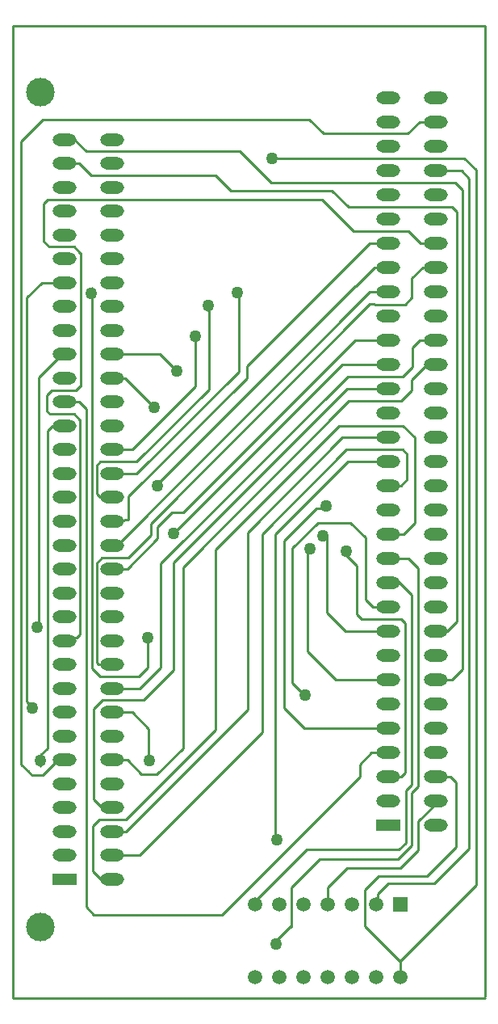
<source format=gtl>
%FSLAX44Y44*%
%MOMM*%
G71*
G01*
G75*
G04 Layer_Physical_Order=1*
G04 Layer_Color=255*
%ADD10C,0.2540*%
%ADD11O,2.5000X1.3000*%
%ADD12R,2.5000X1.3000*%
%ADD13C,3.0000*%
%ADD14R,1.5000X1.5000*%
%ADD15C,1.5000*%
%ADD16C,1.2700*%
D10*
X302000Y1271800D02*
X797000D01*
X302000Y252600D02*
Y1271800D01*
Y252600D02*
X797000D01*
X316600Y987022D02*
X331978Y1002400D01*
X316600Y563400D02*
Y987022D01*
Y563400D02*
X322900Y557100D01*
X331000Y507400D02*
X338000Y514400D01*
X331000Y495921D02*
Y507400D01*
X310400Y1150124D02*
X333248Y1172972D01*
X310400Y497800D02*
Y1150124D01*
Y497800D02*
X318600Y489600D01*
X328800Y903400D02*
X350012Y924612D01*
X328800Y647332D02*
Y903400D01*
X323834Y642366D02*
X328800Y647332D01*
X338000Y847500D02*
X342900Y852400D01*
X338000Y514400D02*
Y847500D01*
X787400Y371000D02*
Y1120648D01*
X708400Y292000D02*
X787400Y371000D01*
X708400Y276000D02*
Y292000D01*
X775462Y1132586D02*
X787400Y1120648D01*
X772160Y1120000D02*
X780400Y1111760D01*
Y409400D02*
Y1111760D01*
X744000Y373000D02*
X780400Y409400D01*
X695800Y373000D02*
X744000D01*
X684800Y362000D02*
X695800Y373000D01*
X736000Y381000D02*
X766600Y411600D01*
X685600Y381000D02*
X736000D01*
X670600Y366000D02*
X685600Y381000D01*
X708200Y389200D02*
X727200Y408200D01*
X652200Y389200D02*
X708200D01*
X632200Y369200D02*
X652200Y389200D01*
X705600Y398400D02*
X720400Y413200D01*
X623600Y398400D02*
X705600D01*
X594000Y368800D02*
X623600Y398400D01*
X706900Y408600D02*
X714000Y415700D01*
X610000Y408600D02*
X706900D01*
X556400Y355000D02*
X610000Y408600D01*
X708200Y277600D02*
Y291000D01*
X670600Y328600D02*
X708200Y291000D01*
X684800Y354800D02*
Y362000D01*
X670600Y328600D02*
Y366000D01*
X766200Y1107200D02*
X773600Y1099800D01*
Y597438D02*
Y1099800D01*
X762762Y586600D02*
X773600Y597438D01*
X760600Y485000D02*
X766600Y479000D01*
Y411600D02*
Y479000D01*
X745200Y485000D02*
X760600D01*
X727200Y408200D02*
Y438600D01*
X751000Y462400D01*
X720400Y413200D02*
Y468000D01*
X726948Y474548D01*
Y703694D01*
X714000Y470414D02*
X720200Y476614D01*
X714000Y415700D02*
Y470414D01*
X632200Y353600D02*
Y369200D01*
X574600Y309400D02*
X594200Y329000D01*
X594000Y327600D02*
Y368800D01*
X665480Y484680D02*
Y497840D01*
X521200Y340400D02*
X665480Y484680D01*
X386802Y340400D02*
X521200D01*
X378460Y348742D02*
X386802Y340400D01*
X317400Y490600D02*
X321800Y486200D01*
X332800D01*
X349000Y502400D01*
X350012Y924612D02*
Y927400D01*
X745200Y1120000D02*
X772160D01*
X342900Y852400D02*
X356000D01*
X420056Y427400D02*
X547878Y555222D01*
X406000Y427400D02*
X420056D01*
X356000Y877400D02*
X370840D01*
X378460Y869780D01*
Y348742D02*
Y869780D01*
X665480Y497840D02*
X678040Y510400D01*
X695200D01*
Y789800D02*
X709028D01*
X406000Y402400D02*
X434658D01*
X469900Y739648D02*
X647052Y916800D01*
X695200D01*
X695198Y688200D02*
X695200D01*
Y713600D02*
X717042D01*
X726948Y703694D01*
X573786Y1132586D02*
X775462D01*
X695200Y485000D02*
X709028D01*
X350012Y927400D02*
X356000D01*
X640080Y586600D02*
X695200D01*
X419162Y902400D02*
X450088Y871474D01*
X406000Y902400D02*
X419162D01*
X349000Y502400D02*
X356000D01*
X331978Y1002400D02*
X356000D01*
X384556Y598678D02*
Y996950D01*
X514350Y1114806D02*
X530352Y1098804D01*
X745200Y637400D02*
X757682D01*
X745200Y586600D02*
X762762D01*
X378460Y1139952D02*
X539750D01*
X366012Y1152400D02*
X378460Y1139952D01*
X356000Y1152400D02*
X366012D01*
X393974Y377400D02*
X406000D01*
X695200Y739000D02*
X711200D01*
X406000Y502400D02*
X421640D01*
X406000Y552400D02*
X426720D01*
X391668Y602400D02*
X406000D01*
X389636Y604432D02*
X391668Y602400D01*
X389636Y604432D02*
Y708660D01*
X731520Y1018400D02*
X745200D01*
X406000Y702400D02*
X421640D01*
X453687Y734447D01*
X661068Y942200D02*
X695200D01*
X676400Y993000D02*
X695200D01*
X406000Y752400D02*
X423164Y753924D01*
Y778510D01*
X547141Y902487D01*
Y915301D01*
X675640Y1043800D01*
X695200D01*
X538480Y909334D02*
Y987044D01*
X431546Y802400D02*
X538480Y909334D01*
X406000Y802400D02*
X431546D01*
X493268Y893459D02*
Y945896D01*
X427209Y827400D02*
X493268Y893459D01*
X406000Y827400D02*
X427209D01*
X650240Y637400D02*
X695200D01*
X406000Y927400D02*
X455800D01*
X473400Y909800D01*
X473600D01*
X384556Y598678D02*
X393034Y590200D01*
X395732Y564896D02*
X439096D01*
X406000Y577400D02*
X434800D01*
X456770Y599370D01*
X393034Y590200D02*
X433600D01*
X442976Y599576D01*
Y630682D01*
X356000Y627400D02*
Y630200D01*
X369000D01*
X421640Y502400D02*
X436640Y487400D01*
X452600D01*
X480060Y514860D01*
Y704342D01*
X444000Y502666D02*
Y535120D01*
X426720Y552400D02*
X444000Y535120D01*
X389636Y708660D02*
X395376Y714400D01*
X386600Y555764D02*
X395732Y564896D01*
X404400Y454000D02*
X406000Y452400D01*
X393400Y454000D02*
X404400D01*
X386600Y460800D02*
X393400Y454000D01*
X386600Y460800D02*
Y555764D01*
X385800Y385574D02*
X393974Y377400D01*
X385800Y385574D02*
Y433044D01*
X392756Y440000D01*
X420442D01*
X514096Y533654D01*
X337600Y867600D02*
X340584Y864616D01*
X366268D01*
X337600Y867600D02*
Y884200D01*
X342800Y889400D01*
X367684D01*
X365760Y1039876D02*
X372364Y1033272D01*
X367684Y889400D02*
X372364Y894080D01*
X372764D02*
Y1033272D01*
X652600Y891400D02*
X695200D01*
X711200Y739000D02*
X723200Y751000D01*
Y840200D01*
X710800Y852600D02*
X723200Y840200D01*
X709028Y789800D02*
X715400Y796172D01*
X710668Y827532D02*
X715400Y822800D01*
Y796172D02*
Y822800D01*
X406000Y727400D02*
X410800D01*
X676400Y993000D01*
X539750Y1139952D02*
X572502Y1107200D01*
X710692Y903986D02*
X720800Y914094D01*
X720090Y889508D02*
Y900690D01*
X736200Y916800D01*
X745200D01*
X720800Y914094D02*
Y934400D01*
X728600Y942200D01*
X745200D01*
X434658Y402400D02*
X563400Y531142D01*
X586200Y557200D02*
X607600Y535800D01*
X695200D01*
X608200Y570400D02*
X612310D01*
X594800Y583000D02*
X609855Y567945D01*
X612310Y570400D01*
X611000Y615680D02*
X640080Y586600D01*
X514096Y533654D02*
Y722696D01*
X644000Y852600D01*
X710800D01*
X547878Y555222D02*
Y740878D01*
X647600Y840600D01*
X695200D01*
X563400Y531142D02*
Y739200D01*
X651732Y827532D01*
X710668D01*
X577000Y423760D02*
Y739200D01*
X653000Y815200D01*
X695200D01*
X586200Y557200D02*
Y732200D01*
X620065Y766065D01*
X634600D01*
X594800Y583000D02*
Y724400D01*
X621478Y751078D01*
X655828D01*
X451218Y789800D02*
X453200D01*
X451100Y788900D02*
X661162Y998962D01*
X611000Y615680D02*
Y722000D01*
X630800Y656840D02*
X650240Y637400D01*
X630800Y656840D02*
Y737400D01*
X649400Y718800D02*
X662686Y705514D01*
X480060Y704342D02*
X654318Y878600D01*
X709182D01*
X720090Y889508D01*
X662686Y654714D02*
Y705514D01*
Y654714D02*
X667414Y649986D01*
X655828Y751078D02*
X671600Y735306D01*
X679400Y662800D02*
X695200D01*
X671600Y670600D02*
X679400Y662800D01*
X671600Y670600D02*
Y735306D01*
X720200Y476614D02*
Y675000D01*
X704839Y690361D02*
X720200Y675000D01*
X709028Y485000D02*
X713400Y489372D01*
X667414Y649986D02*
X709014D01*
X713400Y645600D01*
Y489372D02*
Y645600D01*
X757682Y637400D02*
Y637682D01*
X767200Y647200D01*
X456770Y599370D02*
Y707970D01*
X652786Y903986D01*
X710692D01*
X453687Y734447D02*
Y746887D01*
X468400Y761600D01*
X480469D01*
X661068Y942200D01*
X439096Y564896D02*
X470600Y596400D01*
Y709400D01*
X652600Y891400D01*
X366268Y864616D02*
X372364Y858520D01*
X369000Y630200D02*
X372364Y633564D01*
Y858520D01*
X680974Y979678D02*
X713078D01*
X720400Y987000D01*
Y1007280D01*
X731520Y1018400D01*
X431632Y814832D02*
X507600Y890800D01*
Y972712D01*
X503428Y976884D02*
X507600Y972712D01*
X395376Y714400D02*
X423200D01*
X446593Y737793D01*
Y749993D01*
X334200Y1045200D02*
X339524Y1039876D01*
X365760D01*
X334200Y1045200D02*
Y1085400D01*
X338460Y1089660D01*
X356000Y1127400D02*
X371000D01*
X383594Y1114806D01*
X514350D01*
X578400Y419000D02*
X581760D01*
X577000Y423760D02*
X581760Y419000D01*
X389636Y811036D02*
X393432Y814832D01*
X431632D01*
X661162Y998962D02*
X661362D01*
X680800Y1018400D01*
X695200D01*
X446593Y749993D02*
X676400Y979800D01*
X680852D01*
X680974Y979678D01*
X389636Y780964D02*
Y811036D01*
Y780964D02*
X393200Y777400D01*
X406000D01*
X333248Y1172972D02*
X612828D01*
X627400Y1158400D01*
X715800D01*
X728200Y1170800D01*
X745200D01*
X572502Y1107200D02*
X766200D01*
X762400Y1081600D02*
X767200Y1076800D01*
Y647200D02*
Y1076800D01*
X338460Y1089660D02*
X625940D01*
X659400Y1056200D01*
X530352Y1098804D02*
X636596D01*
X653800Y1081600D01*
X762400D01*
X659400Y1056200D02*
X716600D01*
X729000Y1043800D01*
X745200D01*
Y459600D02*
Y462400D01*
X751000D01*
X797000Y254200D02*
Y1271800D01*
D11*
X695200Y1196200D02*
D03*
Y1170800D02*
D03*
Y1145400D02*
D03*
Y1120000D02*
D03*
Y1094600D02*
D03*
Y1069200D02*
D03*
Y1043800D02*
D03*
Y1018400D02*
D03*
Y993000D02*
D03*
Y967600D02*
D03*
Y942200D02*
D03*
Y916800D02*
D03*
Y891400D02*
D03*
Y866000D02*
D03*
Y840600D02*
D03*
Y815200D02*
D03*
Y789800D02*
D03*
Y764400D02*
D03*
Y739000D02*
D03*
Y713600D02*
D03*
Y688200D02*
D03*
Y662800D02*
D03*
Y637400D02*
D03*
Y612000D02*
D03*
Y586600D02*
D03*
Y561200D02*
D03*
Y535800D02*
D03*
Y510400D02*
D03*
Y485000D02*
D03*
Y459600D02*
D03*
X745200Y1196200D02*
D03*
Y1170800D02*
D03*
Y1145400D02*
D03*
Y1120000D02*
D03*
Y1094600D02*
D03*
Y1069200D02*
D03*
Y1043800D02*
D03*
Y1018400D02*
D03*
Y993000D02*
D03*
Y967600D02*
D03*
Y942200D02*
D03*
Y916800D02*
D03*
Y891400D02*
D03*
Y866000D02*
D03*
Y840600D02*
D03*
Y815200D02*
D03*
Y789800D02*
D03*
Y764400D02*
D03*
Y739000D02*
D03*
Y713600D02*
D03*
Y688200D02*
D03*
Y662800D02*
D03*
Y637400D02*
D03*
Y612000D02*
D03*
Y586600D02*
D03*
Y561200D02*
D03*
Y535800D02*
D03*
Y510400D02*
D03*
Y485000D02*
D03*
Y459600D02*
D03*
Y434200D02*
D03*
X406000Y377400D02*
D03*
Y402400D02*
D03*
Y427400D02*
D03*
Y452400D02*
D03*
Y477400D02*
D03*
Y502400D02*
D03*
Y527400D02*
D03*
Y552400D02*
D03*
Y577400D02*
D03*
Y602400D02*
D03*
Y627400D02*
D03*
Y652400D02*
D03*
Y677400D02*
D03*
Y702400D02*
D03*
Y727400D02*
D03*
Y752400D02*
D03*
Y777400D02*
D03*
Y802400D02*
D03*
Y827400D02*
D03*
Y852400D02*
D03*
Y877400D02*
D03*
Y902400D02*
D03*
Y927400D02*
D03*
Y952400D02*
D03*
Y977400D02*
D03*
Y1002400D02*
D03*
Y1027400D02*
D03*
Y1052400D02*
D03*
Y1077400D02*
D03*
Y1102400D02*
D03*
Y1127400D02*
D03*
Y1152400D02*
D03*
X356000Y402400D02*
D03*
Y427400D02*
D03*
Y452400D02*
D03*
Y477400D02*
D03*
Y502400D02*
D03*
Y527400D02*
D03*
Y552400D02*
D03*
Y577400D02*
D03*
Y602400D02*
D03*
Y627400D02*
D03*
Y652400D02*
D03*
Y677400D02*
D03*
Y702400D02*
D03*
Y727400D02*
D03*
Y752400D02*
D03*
Y777400D02*
D03*
Y802400D02*
D03*
Y827400D02*
D03*
Y852400D02*
D03*
Y877400D02*
D03*
Y902400D02*
D03*
Y927400D02*
D03*
Y952400D02*
D03*
Y977400D02*
D03*
Y1002400D02*
D03*
Y1027400D02*
D03*
Y1052400D02*
D03*
Y1077400D02*
D03*
Y1102400D02*
D03*
Y1127400D02*
D03*
Y1152400D02*
D03*
D12*
X695200Y434200D02*
D03*
X356000Y377400D02*
D03*
D13*
X331000Y1202400D02*
D03*
Y327400D02*
D03*
D14*
X708400Y351500D02*
D03*
D15*
X683000D02*
D03*
X657600D02*
D03*
X632200D02*
D03*
X606800D02*
D03*
X581400D02*
D03*
X556000D02*
D03*
X708400Y275300D02*
D03*
X683000D02*
D03*
X657600D02*
D03*
X632200D02*
D03*
X606800D02*
D03*
X581400D02*
D03*
X556000D02*
D03*
D16*
X327600Y641200D02*
D03*
X577800Y309400D02*
D03*
X330800Y501600D02*
D03*
X322200Y556800D02*
D03*
X469900Y739648D02*
D03*
X573786Y1132586D02*
D03*
X450088Y871474D02*
D03*
X442976Y630682D02*
D03*
X384156Y991550D02*
D03*
X444642Y501866D02*
D03*
X507028Y978284D02*
D03*
X493268Y945896D02*
D03*
X473600Y909800D02*
D03*
X608200Y570400D02*
D03*
X453200Y789800D02*
D03*
X613800Y724000D02*
D03*
X626600Y737200D02*
D03*
X630200Y768400D02*
D03*
X651400Y721200D02*
D03*
X578400Y419000D02*
D03*
X537200Y992000D02*
D03*
M02*

</source>
